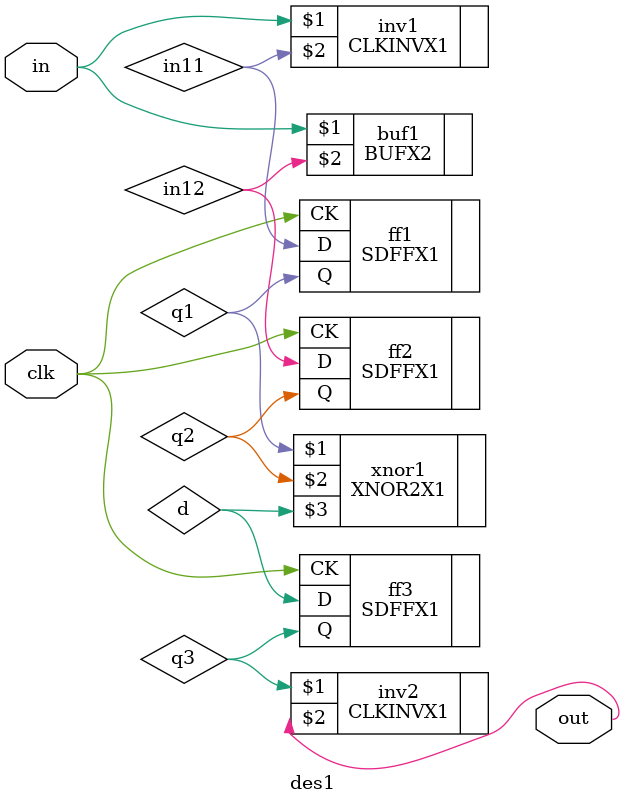
<source format=v>

module des1(input in, input clk, output out);


//CLKINVX1
//AND2X4
//XNOR2X1
//SDFFX1
//BUFX2

wire in11; wire in12; wire q1; wire q2; wire d; wire q3;

CLKINVX1 inv1(in, in11);
BUFX2 buf1(in, in12);

SDFFX1 ff1(.CK(clk), .D(in11), .Q(q1));
SDFFX1 ff2(.CK(clk), .D(in12), .Q(q2));

XNOR2X1 xnor1(q1,q2,d);
SDFFX1 ff3(.CK(clk), .D(d), .Q(q3));

CLKINVX1 inv2(q3, out);


endmodule





</source>
